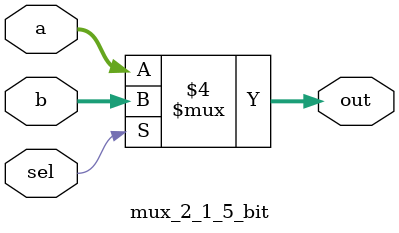
<source format=v>
`timescale 1ns / 1ps
module mux_2_1_5_bit(sel, a, b, out);

	input sel;
	input [4:0]  a, b;
	output reg [4:0] out;
	
	always @(sel, a, b)
	begin
		if(sel == 0)
			out <= a;			// non-blocking assignment
		else
			out <= b;
	end

endmodule

</source>
